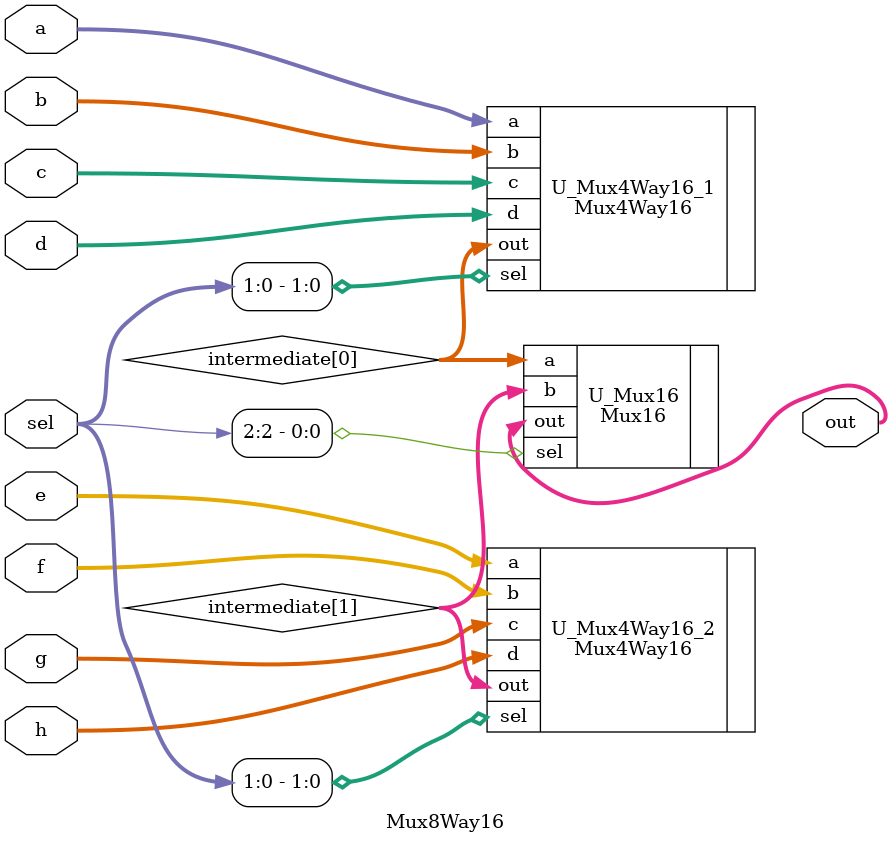
<source format=v>
`ifndef MUX8WAY16_V
`define MUX8WAY16_V

`include "Mux4Way16.v"
`include "Mux16.v"

module Mux8Way16(out, a, b, c, d, e, f, g, h, sel);

    input [15:0] a;
    input [15:0] b;
    input [15:0] c;
    input [15:0] d;
    input [15:0] e;
    input [15:0] f;
    input [15:0] g;
    input [15:0] h;
    input [2:0] sel;

    output [15:0] out;

    wire [15:0] intermediate [1:0];

    Mux4Way16 U_Mux4Way16_1(.out(intermediate[0]), .a(a), .b(b), .c(c), .d(d), .sel(sel[1:0]));
    Mux4Way16 U_Mux4Way16_2(.out(intermediate[1]), .a(e), .b(f), .c(g), .d(h), .sel(sel[1:0]));
    Mux16 U_Mux16(.out(out), .a(intermediate[0]), .b(intermediate[1]), .sel(sel[2]));

endmodule

`endif
</source>
